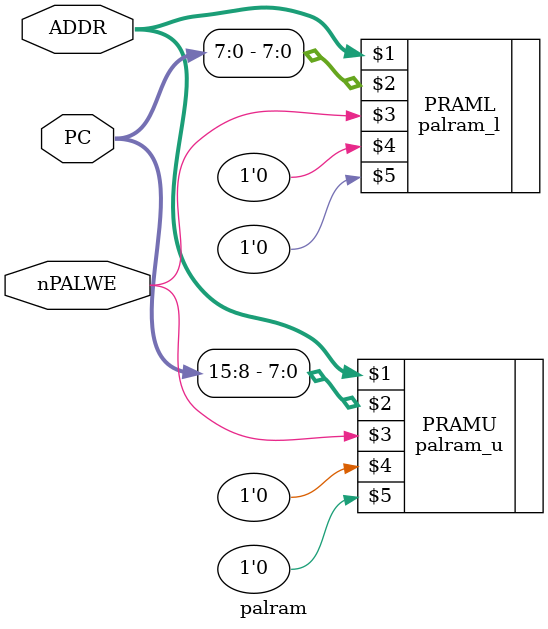
<source format=v>
`timescale 1ns/1ns


module palram(
	input [12:0] ADDR,
	inout [15:0] PC,
	input nPALWE
);

	palram_l PRAML(ADDR, PC[7:0], nPALWE, 1'b0, 1'b0);
	palram_u PRAMU(ADDR, PC[15:8], nPALWE, 1'b0, 1'b0);

endmodule

</source>
